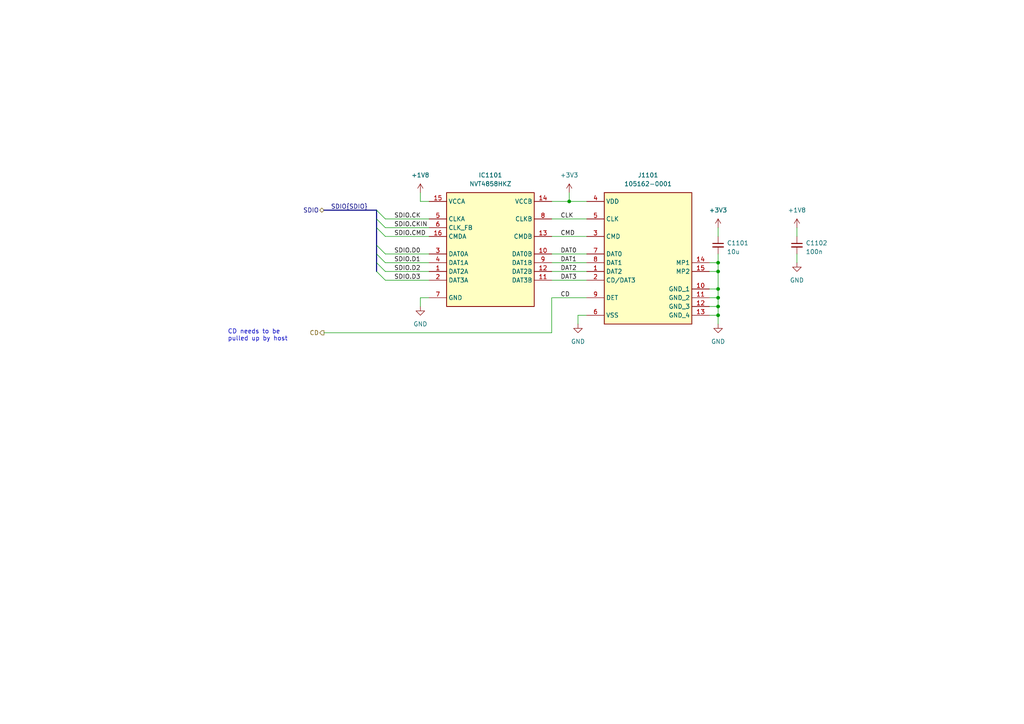
<source format=kicad_sch>
(kicad_sch (version 20230121) (generator eeschema)
  (paper "A4")
  (title_block (title "Watch Micro SD") (rev "2"))
  (lib_symbols
    (symbol "105162-0001:105162-0001"
      (property "Reference" "J" (at 0 22.86 0))
      (property "Value" "105162-0001" (at 0 20.32 0))
      (symbol "105162-0001_1_1"
        (rectangle (start -12.7 17.78) (end 12.7 -20.32) (stroke (width 0.254)) (fill (type background)))
        (pin passive line (at -17.78 -5.08 0) (length 5.08) (name "DAT2") (number "1"))
        (pin passive line (at 17.78 -10.16 180) (length 5.08) (name "GND_1") (number "10"))
        (pin passive line (at 17.78 -12.7 180) (length 5.08) (name "GND_2") (number "11"))
        (pin passive line (at 17.78 -15.24 180) (length 5.08) (name "GND_3") (number "12"))
        (pin passive line (at 17.78 -17.78 180) (length 5.08) (name "GND_4") (number "13"))
        (pin passive line (at 17.78 -2.54 180) (length 5.08) (name "MP1") (number "14"))
        (pin passive line (at 17.78 -5.08 180) (length 5.08) (name "MP2") (number "15"))
        (pin passive line (at -17.78 -7.62 0) (length 5.08) (name "CD/DAT3") (number "2"))
        (pin passive line (at -17.78 5.08 0) (length 5.08) (name "CMD") (number "3"))
        (pin passive line (at -17.78 15.24 0) (length 5.08) (name "VDD") (number "4"))
        (pin passive line (at -17.78 10.16 0) (length 5.08) (name "CLK") (number "5"))
        (pin passive line (at -17.78 -17.78 0) (length 5.08) (name "VSS") (number "6"))
        (pin passive line (at -17.78 0 0) (length 5.08) (name "DAT0") (number "7"))
        (pin passive line (at -17.78 -2.54 0) (length 5.08) (name "DAT1") (number "8"))
        (pin passive line (at -17.78 -12.7 0) (length 5.08) (name "DET") (number "9"))
      )
    )
    (symbol "Device:C_Small" (pin_numbers hide) (pin_names (offset 0.254) hide)
      (property "Reference" "C" (at 0.254 1.778 0))
      (property "Value" "C_Small" (at 0.254 -2.032 0))
      (symbol "C_Small_0_1"
        (polyline (pts (xy -1.524 -0.508) (xy 1.524 -0.508)) (stroke (width 0.3302)))
        (polyline (pts (xy -1.524 0.508) (xy 1.524 0.508)) (stroke (width 0.3048)))
      )
      (symbol "C_Small_1_1"
        (pin passive line (at 0 2.54 270) (length 2.032) (name "~") (number "1"))
        (pin passive line (at 0 -2.54 90) (length 2.032) (name "~") (number "2"))
      )
    )
    (symbol "NVT4858HKZ:NVT4858HKZ"
      (property "Reference" "IC" (at 0 20.32 0))
      (property "Value" "NVT4858HKZ" (at 0 17.78 0))
      (symbol "NVT4858HKZ_1_1"
        (rectangle (start -12.7 15.24) (end 12.7 -17.78) (stroke (width 0.254)) (fill (type background)))
        (pin passive line (at -17.78 -7.62 0) (length 5.08) (name "DAT2A") (number "1"))
        (pin passive line (at 17.78 -2.54 180) (length 5.08) (name "DAT0B") (number "10"))
        (pin passive line (at 17.78 -10.16 180) (length 5.08) (name "DAT3B") (number "11"))
        (pin passive line (at 17.78 -7.62 180) (length 5.08) (name "DAT2B") (number "12"))
        (pin passive line (at 17.78 2.54 180) (length 5.08) (name "CMDB") (number "13"))
        (pin passive line (at 17.78 12.7 180) (length 5.08) (name "VCCB") (number "14"))
        (pin passive line (at -17.78 12.7 0) (length 5.08) (name "VCCA") (number "15"))
        (pin passive line (at -17.78 2.54 0) (length 5.08) (name "CMDA") (number "16"))
        (pin passive line (at -17.78 -10.16 0) (length 5.08) (name "DAT3A") (number "2"))
        (pin passive line (at -17.78 -2.54 0) (length 5.08) (name "DAT0A") (number "3"))
        (pin passive line (at -17.78 -5.08 0) (length 5.08) (name "DAT1A") (number "4"))
        (pin passive line (at -17.78 7.62 0) (length 5.08) (name "CLKA") (number "5"))
        (pin passive line (at -17.78 5.08 0) (length 5.08) (name "CLK_FB") (number "6"))
        (pin passive line (at -17.78 -15.24 0) (length 5.08) (name "GND") (number "7"))
        (pin passive line (at 17.78 7.62 180) (length 5.08) (name "CLKB") (number "8"))
        (pin passive line (at 17.78 -5.08 180) (length 5.08) (name "DAT1B") (number "9"))
      )
    )
    (symbol "power:+1V8" (power) (pin_names (offset 0))
      (property "Value" "+1V8" (at 0 3.556 0))
      (symbol "+1V8_0_1"
        (polyline (pts (xy -0.762 1.27) (xy 0 2.54)))
        (polyline (pts (xy 0 0) (xy 0 2.54)))
        (polyline (pts (xy 0 2.54) (xy 0.762 1.27)))
      )
      (symbol "+1V8_1_1"
        (pin power_in line (at 0 0 90) (length 0) hide (name "+1V8") (number "1"))
      )
    )
    (symbol "power:+3V3" (power) (pin_names (offset 0))
      (property "Value" "+3V3" (at 0 3.556 0))
      (symbol "+3V3_0_1"
        (polyline (pts (xy -0.762 1.27) (xy 0 2.54)))
        (polyline (pts (xy 0 0) (xy 0 2.54)))
        (polyline (pts (xy 0 2.54) (xy 0.762 1.27)))
      )
      (symbol "+3V3_1_1"
        (pin power_in line (at 0 0 90) (length 0) hide (name "+3V3") (number "1"))
      )
    )
    (symbol "power:GND" (power) (pin_names (offset 0))
      (property "Value" "GND" (at 0 -3.81 0))
      (symbol "GND_0_1"
        (polyline (pts (xy 0 0) (xy 0 -1.27) (xy 1.27 -1.27) (xy 0 -2.54) (xy -1.27 -1.27) (xy 0 -1.27)))
      )
      (symbol "GND_1_1"
        (pin power_in line (at 0 0 270) (length 0) hide (name "GND") (number "1"))
      )
    )
  )
  (junction (at 208.28 86.36))
  (junction (at 165.1 58.42))
  (junction (at 208.28 78.74))
  (junction (at 208.28 88.9))
  (junction (at 208.28 76.2))
  (junction (at 208.28 91.44))
  (junction (at 208.28 83.82))
  (bus_entry (at 109.22 78.74) (size 2.54 2.54))
  (bus_entry (at 109.22 71.12) (size 2.54 2.54))
  (bus_entry (at 109.22 63.5) (size 2.54 2.54))
  (bus_entry (at 109.22 66.04) (size 2.54 2.54))
  (bus_entry (at 109.22 60.96) (size 2.54 2.54))
  (bus_entry (at 109.22 76.2) (size 2.54 2.54))
  (bus_entry (at 109.22 73.66) (size 2.54 2.54))
  (wire (pts (xy 160.02 73.66) (xy 170.18 73.66)))
  (wire (pts (xy 208.28 73.66) (xy 208.28 76.2)))
  (wire (pts (xy 111.76 76.2) (xy 124.46 76.2)))
  (bus (pts (xy 109.22 66.04) (xy 109.22 71.12)))
  (wire (pts (xy 208.28 76.2) (xy 208.28 78.74)))
  (wire (pts (xy 111.76 78.74) (xy 124.46 78.74)))
  (wire (pts (xy 121.92 55.88) (xy 121.92 58.42)))
  (wire (pts (xy 160.02 78.74) (xy 170.18 78.74)))
  (wire (pts (xy 111.76 68.58) (xy 124.46 68.58)))
  (bus (pts (xy 109.22 60.96) (xy 93.98 60.96)))
  (bus (pts (xy 109.22 73.66) (xy 109.22 76.2)))
  (wire (pts (xy 160.02 81.28) (xy 170.18 81.28)))
  (wire (pts (xy 208.28 91.44) (xy 208.28 88.9)))
  (wire (pts (xy 165.1 58.42) (xy 170.18 58.42)))
  (wire (pts (xy 111.76 63.5) (xy 124.46 63.5)))
  (wire (pts (xy 208.28 66.04) (xy 208.28 68.58)))
  (wire (pts (xy 208.28 86.36) (xy 208.28 83.82)))
  (bus (pts (xy 109.22 71.12) (xy 109.22 73.66)))
  (wire (pts (xy 205.74 76.2) (xy 208.28 76.2)))
  (wire (pts (xy 165.1 55.88) (xy 165.1 58.42)))
  (wire (pts (xy 160.02 68.58) (xy 170.18 68.58)))
  (bus (pts (xy 109.22 60.96) (xy 109.22 63.5)))
  (wire (pts (xy 208.28 88.9) (xy 208.28 86.36)))
  (wire (pts (xy 208.28 83.82) (xy 205.74 83.82)))
  (wire (pts (xy 111.76 66.04) (xy 124.46 66.04)))
  (wire (pts (xy 111.76 73.66) (xy 124.46 73.66)))
  (bus (pts (xy 109.22 63.5) (xy 109.22 66.04)))
  (wire (pts (xy 111.76 81.28) (xy 124.46 81.28)))
  (bus (pts (xy 109.22 76.2) (xy 109.22 78.74)))
  (wire (pts (xy 160.02 96.52) (xy 160.02 86.36)))
  (wire (pts (xy 208.28 93.98) (xy 208.28 91.44)))
  (wire (pts (xy 208.28 78.74) (xy 208.28 83.82)))
  (wire (pts (xy 167.64 91.44) (xy 170.18 91.44)))
  (wire (pts (xy 160.02 58.42) (xy 165.1 58.42)))
  (wire (pts (xy 121.92 58.42) (xy 124.46 58.42)))
  (wire (pts (xy 160.02 86.36) (xy 170.18 86.36)))
  (wire (pts (xy 208.28 91.44) (xy 205.74 91.44)))
  (wire (pts (xy 208.28 86.36) (xy 205.74 86.36)))
  (wire (pts (xy 121.92 86.36) (xy 124.46 86.36)))
  (wire (pts (xy 231.14 66.04) (xy 231.14 68.58)))
  (wire (pts (xy 93.98 96.52) (xy 160.02 96.52)))
  (wire (pts (xy 205.74 78.74) (xy 208.28 78.74)))
  (wire (pts (xy 160.02 76.2) (xy 170.18 76.2)))
  (wire (pts (xy 231.14 73.66) (xy 231.14 76.2)))
  (wire (pts (xy 167.64 93.98) (xy 167.64 91.44)))
  (wire (pts (xy 121.92 88.9) (xy 121.92 86.36)))
  (wire (pts (xy 208.28 88.9) (xy 205.74 88.9)))
  (wire (pts (xy 160.02 63.5) (xy 170.18 63.5)))
  (text "CD needs to be\npulled up by host" (at 66.04 99.06 0) (effects (font (size 1.27 1.27)) (justify left bottom)))
  (label "DAT0" (at 162.56 73.66 0))
  (label "SDIO.D0" (at 114.3 73.66 0))
  (label "SDIO{SDIO}" (at 106.68 60.96 180))
  (label "SDIO.CKIN" (at 114.3 66.04 0))
  (label "SDIO.CMD" (at 114.3 68.58 0))
  (label "SDIO.D2" (at 114.3 78.74 0))
  (label "SDIO.D3" (at 114.3 81.28 0))
  (label "DAT1" (at 162.56 76.2 0))
  (label "CMD" (at 162.56 68.58 0))
  (label "CLK" (at 162.56 63.5 0))
  (label "CD" (at 162.56 86.36 0))
  (label "DAT2" (at 162.56 78.74 0))
  (label "SDIO.CK" (at 114.3 63.5 0))
  (label "DAT3" (at 162.56 81.28 0))
  (label "SDIO.D1" (at 114.3 76.2 0))
  (hierarchical_label "CD" (shape output) (at 93.98 96.52 180))
  (hierarchical_label "SDIO" (shape bidirectional) (at 93.98 60.96 180) (property "DSI" "DSI" (effects hide)))
  (symbol (lib_id "NVT4858HKZ:NVT4858HKZ") (at 142.24 71.12 0) (unit 1)
    (property "Reference" "IC1101" (at 142.24 50.8 0))
    (property "Value" "NVT4858HKZ" (at 142.24 53.34 0))
    (property "Footprint" "watch_footprints:NVT4858HKZ" (effects hide))
    (property "Datasheet" "https://www.nxp.com/part/NVT4858HK#/" (effects hide))
    (property "Height" "0.5" (effects hide))
    (property "Mouser Part Number" "771-NVT4858HKZ" (effects hide))
    (property "Mouser Price/Stock" "https://www.mouser.co.uk/ProductDetail/NXP-Semiconductors/NVT4858HKZ?qs=TuK3vfAjtkUQFuqXj%252BGfyA%3D%3D" (effects hide))
    (property "Manufacturer_Name" "NXP" (effects hide))
    (property "Manufacturer_Part_Number" "NVT4858HKZ" (effects hide))
    (instances (project "watch_main" (path "" (reference "IC1101") (unit 1)) (path "" (reference "IC1701") (unit 1))))
  )
  (symbol (lib_id "Device:C_Small") (at 231.14 71.12 0) (unit 1)
    (property "Reference" "C1102" (at 233.68 70.4913 0) (effects (justify left)))
    (property "Value" "100n" (at 233.68 73.0313 0) (effects (justify left)))
    (property "Footprint" "Capacitor_SMD:C_0402_1005Metric" (effects hide))
    (instances (project "watch_main" (path "" (reference "C1102") (unit 1)) (path "" (reference "C1702") (unit 1))))
  )
  (symbol (lib_id "power:GND") (at 208.28 93.98 0) (mirror y) (unit 1)
    (property "Reference" "#PWR01106" (effects hide))
    (property "Value" "GND" (at 208.28 99.06 0))
    (instances (project "watch_main" (path "" (reference "#PWR01106") (unit 1)) (path "" (reference "#PWR01706") (unit 1))))
  )
  (symbol (lib_id "power:+1V8") (at 231.14 66.04 0) (unit 1)
    (property "Reference" "#PWR01107" (effects hide))
    (property "Value" "+1V8" (at 231.14 60.96 0))
    (instances (project "watch_main" (path "" (reference "#PWR01107") (unit 1)) (path "" (reference "#PWR01707") (unit 1))))
  )
  (symbol (lib_id "power:GND") (at 121.92 88.9 0) (unit 1)
    (property "Reference" "#PWR01102" (effects hide))
    (property "Value" "GND" (at 121.92 93.98 0))
    (instances (project "watch_main" (path "" (reference "#PWR01102") (unit 1)) (path "" (reference "#PWR01702") (unit 1))))
  )
  (symbol (lib_id "power:GND") (at 167.64 93.98 0) (unit 1)
    (property "Reference" "#PWR01104" (effects hide))
    (property "Value" "GND" (at 167.64 99.06 0))
    (instances (project "watch_main" (path "" (reference "#PWR01104") (unit 1)) (path "" (reference "#PWR01704") (unit 1))))
  )
  (symbol (lib_id "Device:C_Small") (at 208.28 71.12 0) (unit 1)
    (property "Reference" "C1101" (at 210.82 70.4913 0) (effects (justify left)))
    (property "Value" "10u" (at 210.82 73.0313 0) (effects (justify left)))
    (property "Footprint" "Capacitor_SMD:C_0402_1005Metric" (effects hide))
    (instances (project "watch_main" (path "" (reference "C1101") (unit 1)) (path "" (reference "C1701") (unit 1))))
  )
  (symbol (lib_id "power:GND") (at 231.14 76.2 0) (mirror y) (unit 1)
    (property "Reference" "#PWR01108" (effects hide))
    (property "Value" "GND" (at 231.14 81.28 0))
    (instances (project "watch_main" (path "" (reference "#PWR01108") (unit 1)) (path "" (reference "#PWR01708") (unit 1))))
  )
  (symbol (lib_id "power:+3V3") (at 165.1 55.88 0) (unit 1)
    (property "Reference" "#PWR01103" (effects hide))
    (property "Value" "+3V3" (at 165.1 50.8 0))
    (instances (project "watch_main" (path "" (reference "#PWR01103") (unit 1)) (path "" (reference "#PWR01703") (unit 1))))
  )
  (symbol (lib_id "power:+1V8") (at 121.92 55.88 0) (unit 1)
    (property "Reference" "#PWR01101" (effects hide))
    (property "Value" "+1V8" (at 121.92 50.8 0))
    (instances (project "watch_main" (path "" (reference "#PWR01101") (unit 1)) (path "" (reference "#PWR01701") (unit 1))))
  )
  (symbol (lib_id "power:+3V3") (at 208.28 66.04 0) (unit 1)
    (property "Reference" "#PWR01105" (effects hide))
    (property "Value" "+3V3" (at 208.28 60.96 0))
    (instances (project "watch_main" (path "" (reference "#PWR01105") (unit 1)) (path "" (reference "#PWR01705") (unit 1))))
  )
  (symbol (lib_id "105162-0001:105162-0001") (at 187.96 73.66 0) (unit 1)
    (property "Reference" "J1101" (at 187.96 50.8 0))
    (property "Value" "105162-0001" (at 187.96 53.34 0))
    (property "Footprint" "105162-0001" (effects hide))
    (property "Datasheet" "http://www.molex.com/webdocs/datasheets/pdf/en-us//1051620001_MEMORY_CARD_SOCKET.pdf" (effects hide))
    (property "Mouser Part Number" "538-105162-0001" (effects hide))
    (property "Mouser Price/Stock" "https://www.mouser.co.uk/ProductDetail/Molex/105162-0001?qs=1fNsfHe5VsK8daqlgKxZfQ%3D%3D" (effects hide))
    (property "Manufacturer_Name" "Molex" (effects hide))
    (property "Manufacturer_Part_Number" "105162-0001" (effects hide))
    (instances (project "watch_main" (path "" (reference "J1101") (unit 1)) (path "" (reference "J1701") (unit 1))))
  )
)
</source>
